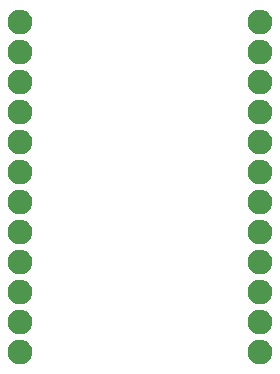
<source format=gbr>
G04 #@! TF.GenerationSoftware,KiCad,Pcbnew,(5.0.2)-1*
G04 #@! TF.CreationDate,2019-10-20T23:59:16+02:00*
G04 #@! TF.ProjectId,esp32-lifepo4 - slim,65737033-322d-46c6-9966-65706f34202d,rev?*
G04 #@! TF.SameCoordinates,Original*
G04 #@! TF.FileFunction,Soldermask,Bot*
G04 #@! TF.FilePolarity,Negative*
%FSLAX46Y46*%
G04 Gerber Fmt 4.6, Leading zero omitted, Abs format (unit mm)*
G04 Created by KiCad (PCBNEW (5.0.2)-1) date 20/10/2019 23:59:16*
%MOMM*%
%LPD*%
G01*
G04 APERTURE LIST*
%ADD10C,0.150000*%
G04 APERTURE END LIST*
D10*
G36*
X157439925Y-117449554D02*
X157629449Y-117528057D01*
X157800015Y-117642026D01*
X157945068Y-117787079D01*
X158059037Y-117957645D01*
X158137540Y-118147169D01*
X158177560Y-118348364D01*
X158177560Y-118553504D01*
X158137540Y-118754699D01*
X158059037Y-118944223D01*
X157945068Y-119114789D01*
X157800015Y-119259842D01*
X157629449Y-119373811D01*
X157439925Y-119452314D01*
X157238730Y-119492334D01*
X157033590Y-119492334D01*
X156832395Y-119452314D01*
X156642871Y-119373811D01*
X156472305Y-119259842D01*
X156327252Y-119114789D01*
X156213283Y-118944223D01*
X156134780Y-118754699D01*
X156094760Y-118553504D01*
X156094760Y-118348364D01*
X156134780Y-118147169D01*
X156213283Y-117957645D01*
X156327252Y-117787079D01*
X156472305Y-117642026D01*
X156642871Y-117528057D01*
X156832395Y-117449554D01*
X157033590Y-117409534D01*
X157238730Y-117409534D01*
X157439925Y-117449554D01*
X157439925Y-117449554D01*
G37*
G36*
X137119925Y-117449554D02*
X137309449Y-117528057D01*
X137480015Y-117642026D01*
X137625068Y-117787079D01*
X137739037Y-117957645D01*
X137817540Y-118147169D01*
X137857560Y-118348364D01*
X137857560Y-118553504D01*
X137817540Y-118754699D01*
X137739037Y-118944223D01*
X137625068Y-119114789D01*
X137480015Y-119259842D01*
X137309449Y-119373811D01*
X137119925Y-119452314D01*
X136918730Y-119492334D01*
X136713590Y-119492334D01*
X136512395Y-119452314D01*
X136322871Y-119373811D01*
X136152305Y-119259842D01*
X136007252Y-119114789D01*
X135893283Y-118944223D01*
X135814780Y-118754699D01*
X135774760Y-118553504D01*
X135774760Y-118348364D01*
X135814780Y-118147169D01*
X135893283Y-117957645D01*
X136007252Y-117787079D01*
X136152305Y-117642026D01*
X136322871Y-117528057D01*
X136512395Y-117449554D01*
X136713590Y-117409534D01*
X136918730Y-117409534D01*
X137119925Y-117449554D01*
X137119925Y-117449554D01*
G37*
G36*
X137119925Y-114909554D02*
X137309449Y-114988057D01*
X137480015Y-115102026D01*
X137625068Y-115247079D01*
X137739037Y-115417645D01*
X137817540Y-115607169D01*
X137857560Y-115808364D01*
X137857560Y-116013504D01*
X137817540Y-116214699D01*
X137739037Y-116404223D01*
X137625068Y-116574789D01*
X137480015Y-116719842D01*
X137309449Y-116833811D01*
X137119925Y-116912314D01*
X136918730Y-116952334D01*
X136713590Y-116952334D01*
X136512395Y-116912314D01*
X136322871Y-116833811D01*
X136152305Y-116719842D01*
X136007252Y-116574789D01*
X135893283Y-116404223D01*
X135814780Y-116214699D01*
X135774760Y-116013504D01*
X135774760Y-115808364D01*
X135814780Y-115607169D01*
X135893283Y-115417645D01*
X136007252Y-115247079D01*
X136152305Y-115102026D01*
X136322871Y-114988057D01*
X136512395Y-114909554D01*
X136713590Y-114869534D01*
X136918730Y-114869534D01*
X137119925Y-114909554D01*
X137119925Y-114909554D01*
G37*
G36*
X157439925Y-114909554D02*
X157629449Y-114988057D01*
X157800015Y-115102026D01*
X157945068Y-115247079D01*
X158059037Y-115417645D01*
X158137540Y-115607169D01*
X158177560Y-115808364D01*
X158177560Y-116013504D01*
X158137540Y-116214699D01*
X158059037Y-116404223D01*
X157945068Y-116574789D01*
X157800015Y-116719842D01*
X157629449Y-116833811D01*
X157439925Y-116912314D01*
X157238730Y-116952334D01*
X157033590Y-116952334D01*
X156832395Y-116912314D01*
X156642871Y-116833811D01*
X156472305Y-116719842D01*
X156327252Y-116574789D01*
X156213283Y-116404223D01*
X156134780Y-116214699D01*
X156094760Y-116013504D01*
X156094760Y-115808364D01*
X156134780Y-115607169D01*
X156213283Y-115417645D01*
X156327252Y-115247079D01*
X156472305Y-115102026D01*
X156642871Y-114988057D01*
X156832395Y-114909554D01*
X157033590Y-114869534D01*
X157238730Y-114869534D01*
X157439925Y-114909554D01*
X157439925Y-114909554D01*
G37*
G36*
X157439925Y-112369554D02*
X157629449Y-112448057D01*
X157800015Y-112562026D01*
X157945068Y-112707079D01*
X158059037Y-112877645D01*
X158137540Y-113067169D01*
X158177560Y-113268364D01*
X158177560Y-113473504D01*
X158137540Y-113674699D01*
X158059037Y-113864223D01*
X157945068Y-114034789D01*
X157800015Y-114179842D01*
X157629449Y-114293811D01*
X157439925Y-114372314D01*
X157238730Y-114412334D01*
X157033590Y-114412334D01*
X156832395Y-114372314D01*
X156642871Y-114293811D01*
X156472305Y-114179842D01*
X156327252Y-114034789D01*
X156213283Y-113864223D01*
X156134780Y-113674699D01*
X156094760Y-113473504D01*
X156094760Y-113268364D01*
X156134780Y-113067169D01*
X156213283Y-112877645D01*
X156327252Y-112707079D01*
X156472305Y-112562026D01*
X156642871Y-112448057D01*
X156832395Y-112369554D01*
X157033590Y-112329534D01*
X157238730Y-112329534D01*
X157439925Y-112369554D01*
X157439925Y-112369554D01*
G37*
G36*
X137119925Y-112369554D02*
X137309449Y-112448057D01*
X137480015Y-112562026D01*
X137625068Y-112707079D01*
X137739037Y-112877645D01*
X137817540Y-113067169D01*
X137857560Y-113268364D01*
X137857560Y-113473504D01*
X137817540Y-113674699D01*
X137739037Y-113864223D01*
X137625068Y-114034789D01*
X137480015Y-114179842D01*
X137309449Y-114293811D01*
X137119925Y-114372314D01*
X136918730Y-114412334D01*
X136713590Y-114412334D01*
X136512395Y-114372314D01*
X136322871Y-114293811D01*
X136152305Y-114179842D01*
X136007252Y-114034789D01*
X135893283Y-113864223D01*
X135814780Y-113674699D01*
X135774760Y-113473504D01*
X135774760Y-113268364D01*
X135814780Y-113067169D01*
X135893283Y-112877645D01*
X136007252Y-112707079D01*
X136152305Y-112562026D01*
X136322871Y-112448057D01*
X136512395Y-112369554D01*
X136713590Y-112329534D01*
X136918730Y-112329534D01*
X137119925Y-112369554D01*
X137119925Y-112369554D01*
G37*
G36*
X157439925Y-109829554D02*
X157629449Y-109908057D01*
X157800015Y-110022026D01*
X157945068Y-110167079D01*
X158059037Y-110337645D01*
X158137540Y-110527169D01*
X158177560Y-110728364D01*
X158177560Y-110933504D01*
X158137540Y-111134699D01*
X158059037Y-111324223D01*
X157945068Y-111494789D01*
X157800015Y-111639842D01*
X157629449Y-111753811D01*
X157439925Y-111832314D01*
X157238730Y-111872334D01*
X157033590Y-111872334D01*
X156832395Y-111832314D01*
X156642871Y-111753811D01*
X156472305Y-111639842D01*
X156327252Y-111494789D01*
X156213283Y-111324223D01*
X156134780Y-111134699D01*
X156094760Y-110933504D01*
X156094760Y-110728364D01*
X156134780Y-110527169D01*
X156213283Y-110337645D01*
X156327252Y-110167079D01*
X156472305Y-110022026D01*
X156642871Y-109908057D01*
X156832395Y-109829554D01*
X157033590Y-109789534D01*
X157238730Y-109789534D01*
X157439925Y-109829554D01*
X157439925Y-109829554D01*
G37*
G36*
X137119925Y-109829554D02*
X137309449Y-109908057D01*
X137480015Y-110022026D01*
X137625068Y-110167079D01*
X137739037Y-110337645D01*
X137817540Y-110527169D01*
X137857560Y-110728364D01*
X137857560Y-110933504D01*
X137817540Y-111134699D01*
X137739037Y-111324223D01*
X137625068Y-111494789D01*
X137480015Y-111639842D01*
X137309449Y-111753811D01*
X137119925Y-111832314D01*
X136918730Y-111872334D01*
X136713590Y-111872334D01*
X136512395Y-111832314D01*
X136322871Y-111753811D01*
X136152305Y-111639842D01*
X136007252Y-111494789D01*
X135893283Y-111324223D01*
X135814780Y-111134699D01*
X135774760Y-110933504D01*
X135774760Y-110728364D01*
X135814780Y-110527169D01*
X135893283Y-110337645D01*
X136007252Y-110167079D01*
X136152305Y-110022026D01*
X136322871Y-109908057D01*
X136512395Y-109829554D01*
X136713590Y-109789534D01*
X136918730Y-109789534D01*
X137119925Y-109829554D01*
X137119925Y-109829554D01*
G37*
G36*
X157439925Y-107289554D02*
X157629449Y-107368057D01*
X157800015Y-107482026D01*
X157945068Y-107627079D01*
X158059037Y-107797645D01*
X158137540Y-107987169D01*
X158177560Y-108188364D01*
X158177560Y-108393504D01*
X158137540Y-108594699D01*
X158059037Y-108784223D01*
X157945068Y-108954789D01*
X157800015Y-109099842D01*
X157629449Y-109213811D01*
X157439925Y-109292314D01*
X157238730Y-109332334D01*
X157033590Y-109332334D01*
X156832395Y-109292314D01*
X156642871Y-109213811D01*
X156472305Y-109099842D01*
X156327252Y-108954789D01*
X156213283Y-108784223D01*
X156134780Y-108594699D01*
X156094760Y-108393504D01*
X156094760Y-108188364D01*
X156134780Y-107987169D01*
X156213283Y-107797645D01*
X156327252Y-107627079D01*
X156472305Y-107482026D01*
X156642871Y-107368057D01*
X156832395Y-107289554D01*
X157033590Y-107249534D01*
X157238730Y-107249534D01*
X157439925Y-107289554D01*
X157439925Y-107289554D01*
G37*
G36*
X137119925Y-107289554D02*
X137309449Y-107368057D01*
X137480015Y-107482026D01*
X137625068Y-107627079D01*
X137739037Y-107797645D01*
X137817540Y-107987169D01*
X137857560Y-108188364D01*
X137857560Y-108393504D01*
X137817540Y-108594699D01*
X137739037Y-108784223D01*
X137625068Y-108954789D01*
X137480015Y-109099842D01*
X137309449Y-109213811D01*
X137119925Y-109292314D01*
X136918730Y-109332334D01*
X136713590Y-109332334D01*
X136512395Y-109292314D01*
X136322871Y-109213811D01*
X136152305Y-109099842D01*
X136007252Y-108954789D01*
X135893283Y-108784223D01*
X135814780Y-108594699D01*
X135774760Y-108393504D01*
X135774760Y-108188364D01*
X135814780Y-107987169D01*
X135893283Y-107797645D01*
X136007252Y-107627079D01*
X136152305Y-107482026D01*
X136322871Y-107368057D01*
X136512395Y-107289554D01*
X136713590Y-107249534D01*
X136918730Y-107249534D01*
X137119925Y-107289554D01*
X137119925Y-107289554D01*
G37*
G36*
X157439925Y-104749554D02*
X157629449Y-104828057D01*
X157800015Y-104942026D01*
X157945068Y-105087079D01*
X158059037Y-105257645D01*
X158137540Y-105447169D01*
X158177560Y-105648364D01*
X158177560Y-105853504D01*
X158137540Y-106054699D01*
X158059037Y-106244223D01*
X157945068Y-106414789D01*
X157800015Y-106559842D01*
X157629449Y-106673811D01*
X157439925Y-106752314D01*
X157238730Y-106792334D01*
X157033590Y-106792334D01*
X156832395Y-106752314D01*
X156642871Y-106673811D01*
X156472305Y-106559842D01*
X156327252Y-106414789D01*
X156213283Y-106244223D01*
X156134780Y-106054699D01*
X156094760Y-105853504D01*
X156094760Y-105648364D01*
X156134780Y-105447169D01*
X156213283Y-105257645D01*
X156327252Y-105087079D01*
X156472305Y-104942026D01*
X156642871Y-104828057D01*
X156832395Y-104749554D01*
X157033590Y-104709534D01*
X157238730Y-104709534D01*
X157439925Y-104749554D01*
X157439925Y-104749554D01*
G37*
G36*
X137119925Y-104749554D02*
X137309449Y-104828057D01*
X137480015Y-104942026D01*
X137625068Y-105087079D01*
X137739037Y-105257645D01*
X137817540Y-105447169D01*
X137857560Y-105648364D01*
X137857560Y-105853504D01*
X137817540Y-106054699D01*
X137739037Y-106244223D01*
X137625068Y-106414789D01*
X137480015Y-106559842D01*
X137309449Y-106673811D01*
X137119925Y-106752314D01*
X136918730Y-106792334D01*
X136713590Y-106792334D01*
X136512395Y-106752314D01*
X136322871Y-106673811D01*
X136152305Y-106559842D01*
X136007252Y-106414789D01*
X135893283Y-106244223D01*
X135814780Y-106054699D01*
X135774760Y-105853504D01*
X135774760Y-105648364D01*
X135814780Y-105447169D01*
X135893283Y-105257645D01*
X136007252Y-105087079D01*
X136152305Y-104942026D01*
X136322871Y-104828057D01*
X136512395Y-104749554D01*
X136713590Y-104709534D01*
X136918730Y-104709534D01*
X137119925Y-104749554D01*
X137119925Y-104749554D01*
G37*
G36*
X137119925Y-102209554D02*
X137309449Y-102288057D01*
X137480015Y-102402026D01*
X137625068Y-102547079D01*
X137739037Y-102717645D01*
X137817540Y-102907169D01*
X137857560Y-103108364D01*
X137857560Y-103313504D01*
X137817540Y-103514699D01*
X137739037Y-103704223D01*
X137625068Y-103874789D01*
X137480015Y-104019842D01*
X137309449Y-104133811D01*
X137119925Y-104212314D01*
X136918730Y-104252334D01*
X136713590Y-104252334D01*
X136512395Y-104212314D01*
X136322871Y-104133811D01*
X136152305Y-104019842D01*
X136007252Y-103874789D01*
X135893283Y-103704223D01*
X135814780Y-103514699D01*
X135774760Y-103313504D01*
X135774760Y-103108364D01*
X135814780Y-102907169D01*
X135893283Y-102717645D01*
X136007252Y-102547079D01*
X136152305Y-102402026D01*
X136322871Y-102288057D01*
X136512395Y-102209554D01*
X136713590Y-102169534D01*
X136918730Y-102169534D01*
X137119925Y-102209554D01*
X137119925Y-102209554D01*
G37*
G36*
X157439925Y-102209554D02*
X157629449Y-102288057D01*
X157800015Y-102402026D01*
X157945068Y-102547079D01*
X158059037Y-102717645D01*
X158137540Y-102907169D01*
X158177560Y-103108364D01*
X158177560Y-103313504D01*
X158137540Y-103514699D01*
X158059037Y-103704223D01*
X157945068Y-103874789D01*
X157800015Y-104019842D01*
X157629449Y-104133811D01*
X157439925Y-104212314D01*
X157238730Y-104252334D01*
X157033590Y-104252334D01*
X156832395Y-104212314D01*
X156642871Y-104133811D01*
X156472305Y-104019842D01*
X156327252Y-103874789D01*
X156213283Y-103704223D01*
X156134780Y-103514699D01*
X156094760Y-103313504D01*
X156094760Y-103108364D01*
X156134780Y-102907169D01*
X156213283Y-102717645D01*
X156327252Y-102547079D01*
X156472305Y-102402026D01*
X156642871Y-102288057D01*
X156832395Y-102209554D01*
X157033590Y-102169534D01*
X157238730Y-102169534D01*
X157439925Y-102209554D01*
X157439925Y-102209554D01*
G37*
G36*
X137119925Y-99669554D02*
X137309449Y-99748057D01*
X137480015Y-99862026D01*
X137625068Y-100007079D01*
X137739037Y-100177645D01*
X137817540Y-100367169D01*
X137857560Y-100568364D01*
X137857560Y-100773504D01*
X137817540Y-100974699D01*
X137739037Y-101164223D01*
X137625068Y-101334789D01*
X137480015Y-101479842D01*
X137309449Y-101593811D01*
X137119925Y-101672314D01*
X136918730Y-101712334D01*
X136713590Y-101712334D01*
X136512395Y-101672314D01*
X136322871Y-101593811D01*
X136152305Y-101479842D01*
X136007252Y-101334789D01*
X135893283Y-101164223D01*
X135814780Y-100974699D01*
X135774760Y-100773504D01*
X135774760Y-100568364D01*
X135814780Y-100367169D01*
X135893283Y-100177645D01*
X136007252Y-100007079D01*
X136152305Y-99862026D01*
X136322871Y-99748057D01*
X136512395Y-99669554D01*
X136713590Y-99629534D01*
X136918730Y-99629534D01*
X137119925Y-99669554D01*
X137119925Y-99669554D01*
G37*
G36*
X157439925Y-99669554D02*
X157629449Y-99748057D01*
X157800015Y-99862026D01*
X157945068Y-100007079D01*
X158059037Y-100177645D01*
X158137540Y-100367169D01*
X158177560Y-100568364D01*
X158177560Y-100773504D01*
X158137540Y-100974699D01*
X158059037Y-101164223D01*
X157945068Y-101334789D01*
X157800015Y-101479842D01*
X157629449Y-101593811D01*
X157439925Y-101672314D01*
X157238730Y-101712334D01*
X157033590Y-101712334D01*
X156832395Y-101672314D01*
X156642871Y-101593811D01*
X156472305Y-101479842D01*
X156327252Y-101334789D01*
X156213283Y-101164223D01*
X156134780Y-100974699D01*
X156094760Y-100773504D01*
X156094760Y-100568364D01*
X156134780Y-100367169D01*
X156213283Y-100177645D01*
X156327252Y-100007079D01*
X156472305Y-99862026D01*
X156642871Y-99748057D01*
X156832395Y-99669554D01*
X157033590Y-99629534D01*
X157238730Y-99629534D01*
X157439925Y-99669554D01*
X157439925Y-99669554D01*
G37*
G36*
X137119925Y-97129554D02*
X137309449Y-97208057D01*
X137480015Y-97322026D01*
X137625068Y-97467079D01*
X137739037Y-97637645D01*
X137817540Y-97827169D01*
X137857560Y-98028364D01*
X137857560Y-98233504D01*
X137817540Y-98434699D01*
X137739037Y-98624223D01*
X137625068Y-98794789D01*
X137480015Y-98939842D01*
X137309449Y-99053811D01*
X137119925Y-99132314D01*
X136918730Y-99172334D01*
X136713590Y-99172334D01*
X136512395Y-99132314D01*
X136322871Y-99053811D01*
X136152305Y-98939842D01*
X136007252Y-98794789D01*
X135893283Y-98624223D01*
X135814780Y-98434699D01*
X135774760Y-98233504D01*
X135774760Y-98028364D01*
X135814780Y-97827169D01*
X135893283Y-97637645D01*
X136007252Y-97467079D01*
X136152305Y-97322026D01*
X136322871Y-97208057D01*
X136512395Y-97129554D01*
X136713590Y-97089534D01*
X136918730Y-97089534D01*
X137119925Y-97129554D01*
X137119925Y-97129554D01*
G37*
G36*
X157439925Y-97129554D02*
X157629449Y-97208057D01*
X157800015Y-97322026D01*
X157945068Y-97467079D01*
X158059037Y-97637645D01*
X158137540Y-97827169D01*
X158177560Y-98028364D01*
X158177560Y-98233504D01*
X158137540Y-98434699D01*
X158059037Y-98624223D01*
X157945068Y-98794789D01*
X157800015Y-98939842D01*
X157629449Y-99053811D01*
X157439925Y-99132314D01*
X157238730Y-99172334D01*
X157033590Y-99172334D01*
X156832395Y-99132314D01*
X156642871Y-99053811D01*
X156472305Y-98939842D01*
X156327252Y-98794789D01*
X156213283Y-98624223D01*
X156134780Y-98434699D01*
X156094760Y-98233504D01*
X156094760Y-98028364D01*
X156134780Y-97827169D01*
X156213283Y-97637645D01*
X156327252Y-97467079D01*
X156472305Y-97322026D01*
X156642871Y-97208057D01*
X156832395Y-97129554D01*
X157033590Y-97089534D01*
X157238730Y-97089534D01*
X157439925Y-97129554D01*
X157439925Y-97129554D01*
G37*
G36*
X157439925Y-94589554D02*
X157629449Y-94668057D01*
X157800015Y-94782026D01*
X157945068Y-94927079D01*
X158059037Y-95097645D01*
X158137540Y-95287169D01*
X158177560Y-95488364D01*
X158177560Y-95693504D01*
X158137540Y-95894699D01*
X158059037Y-96084223D01*
X157945068Y-96254789D01*
X157800015Y-96399842D01*
X157629449Y-96513811D01*
X157439925Y-96592314D01*
X157238730Y-96632334D01*
X157033590Y-96632334D01*
X156832395Y-96592314D01*
X156642871Y-96513811D01*
X156472305Y-96399842D01*
X156327252Y-96254789D01*
X156213283Y-96084223D01*
X156134780Y-95894699D01*
X156094760Y-95693504D01*
X156094760Y-95488364D01*
X156134780Y-95287169D01*
X156213283Y-95097645D01*
X156327252Y-94927079D01*
X156472305Y-94782026D01*
X156642871Y-94668057D01*
X156832395Y-94589554D01*
X157033590Y-94549534D01*
X157238730Y-94549534D01*
X157439925Y-94589554D01*
X157439925Y-94589554D01*
G37*
G36*
X137119925Y-94589554D02*
X137309449Y-94668057D01*
X137480015Y-94782026D01*
X137625068Y-94927079D01*
X137739037Y-95097645D01*
X137817540Y-95287169D01*
X137857560Y-95488364D01*
X137857560Y-95693504D01*
X137817540Y-95894699D01*
X137739037Y-96084223D01*
X137625068Y-96254789D01*
X137480015Y-96399842D01*
X137309449Y-96513811D01*
X137119925Y-96592314D01*
X136918730Y-96632334D01*
X136713590Y-96632334D01*
X136512395Y-96592314D01*
X136322871Y-96513811D01*
X136152305Y-96399842D01*
X136007252Y-96254789D01*
X135893283Y-96084223D01*
X135814780Y-95894699D01*
X135774760Y-95693504D01*
X135774760Y-95488364D01*
X135814780Y-95287169D01*
X135893283Y-95097645D01*
X136007252Y-94927079D01*
X136152305Y-94782026D01*
X136322871Y-94668057D01*
X136512395Y-94589554D01*
X136713590Y-94549534D01*
X136918730Y-94549534D01*
X137119925Y-94589554D01*
X137119925Y-94589554D01*
G37*
G36*
X157439925Y-92049554D02*
X157629449Y-92128057D01*
X157800015Y-92242026D01*
X157945068Y-92387079D01*
X158059037Y-92557645D01*
X158137540Y-92747169D01*
X158177560Y-92948364D01*
X158177560Y-93153504D01*
X158137540Y-93354699D01*
X158059037Y-93544223D01*
X157945068Y-93714789D01*
X157800015Y-93859842D01*
X157629449Y-93973811D01*
X157439925Y-94052314D01*
X157238730Y-94092334D01*
X157033590Y-94092334D01*
X156832395Y-94052314D01*
X156642871Y-93973811D01*
X156472305Y-93859842D01*
X156327252Y-93714789D01*
X156213283Y-93544223D01*
X156134780Y-93354699D01*
X156094760Y-93153504D01*
X156094760Y-92948364D01*
X156134780Y-92747169D01*
X156213283Y-92557645D01*
X156327252Y-92387079D01*
X156472305Y-92242026D01*
X156642871Y-92128057D01*
X156832395Y-92049554D01*
X157033590Y-92009534D01*
X157238730Y-92009534D01*
X157439925Y-92049554D01*
X157439925Y-92049554D01*
G37*
G36*
X137119925Y-92049554D02*
X137309449Y-92128057D01*
X137480015Y-92242026D01*
X137625068Y-92387079D01*
X137739037Y-92557645D01*
X137817540Y-92747169D01*
X137857560Y-92948364D01*
X137857560Y-93153504D01*
X137817540Y-93354699D01*
X137739037Y-93544223D01*
X137625068Y-93714789D01*
X137480015Y-93859842D01*
X137309449Y-93973811D01*
X137119925Y-94052314D01*
X136918730Y-94092334D01*
X136713590Y-94092334D01*
X136512395Y-94052314D01*
X136322871Y-93973811D01*
X136152305Y-93859842D01*
X136007252Y-93714789D01*
X135893283Y-93544223D01*
X135814780Y-93354699D01*
X135774760Y-93153504D01*
X135774760Y-92948364D01*
X135814780Y-92747169D01*
X135893283Y-92557645D01*
X136007252Y-92387079D01*
X136152305Y-92242026D01*
X136322871Y-92128057D01*
X136512395Y-92049554D01*
X136713590Y-92009534D01*
X136918730Y-92009534D01*
X137119925Y-92049554D01*
X137119925Y-92049554D01*
G37*
G36*
X157439925Y-89509554D02*
X157629449Y-89588057D01*
X157800015Y-89702026D01*
X157945068Y-89847079D01*
X158059037Y-90017645D01*
X158137540Y-90207169D01*
X158177560Y-90408364D01*
X158177560Y-90613504D01*
X158137540Y-90814699D01*
X158059037Y-91004223D01*
X157945068Y-91174789D01*
X157800015Y-91319842D01*
X157629449Y-91433811D01*
X157439925Y-91512314D01*
X157238730Y-91552334D01*
X157033590Y-91552334D01*
X156832395Y-91512314D01*
X156642871Y-91433811D01*
X156472305Y-91319842D01*
X156327252Y-91174789D01*
X156213283Y-91004223D01*
X156134780Y-90814699D01*
X156094760Y-90613504D01*
X156094760Y-90408364D01*
X156134780Y-90207169D01*
X156213283Y-90017645D01*
X156327252Y-89847079D01*
X156472305Y-89702026D01*
X156642871Y-89588057D01*
X156832395Y-89509554D01*
X157033590Y-89469534D01*
X157238730Y-89469534D01*
X157439925Y-89509554D01*
X157439925Y-89509554D01*
G37*
G36*
X137119925Y-89509554D02*
X137309449Y-89588057D01*
X137480015Y-89702026D01*
X137625068Y-89847079D01*
X137739037Y-90017645D01*
X137817540Y-90207169D01*
X137857560Y-90408364D01*
X137857560Y-90613504D01*
X137817540Y-90814699D01*
X137739037Y-91004223D01*
X137625068Y-91174789D01*
X137480015Y-91319842D01*
X137309449Y-91433811D01*
X137119925Y-91512314D01*
X136918730Y-91552334D01*
X136713590Y-91552334D01*
X136512395Y-91512314D01*
X136322871Y-91433811D01*
X136152305Y-91319842D01*
X136007252Y-91174789D01*
X135893283Y-91004223D01*
X135814780Y-90814699D01*
X135774760Y-90613504D01*
X135774760Y-90408364D01*
X135814780Y-90207169D01*
X135893283Y-90017645D01*
X136007252Y-89847079D01*
X136152305Y-89702026D01*
X136322871Y-89588057D01*
X136512395Y-89509554D01*
X136713590Y-89469534D01*
X136918730Y-89469534D01*
X137119925Y-89509554D01*
X137119925Y-89509554D01*
G37*
M02*

</source>
